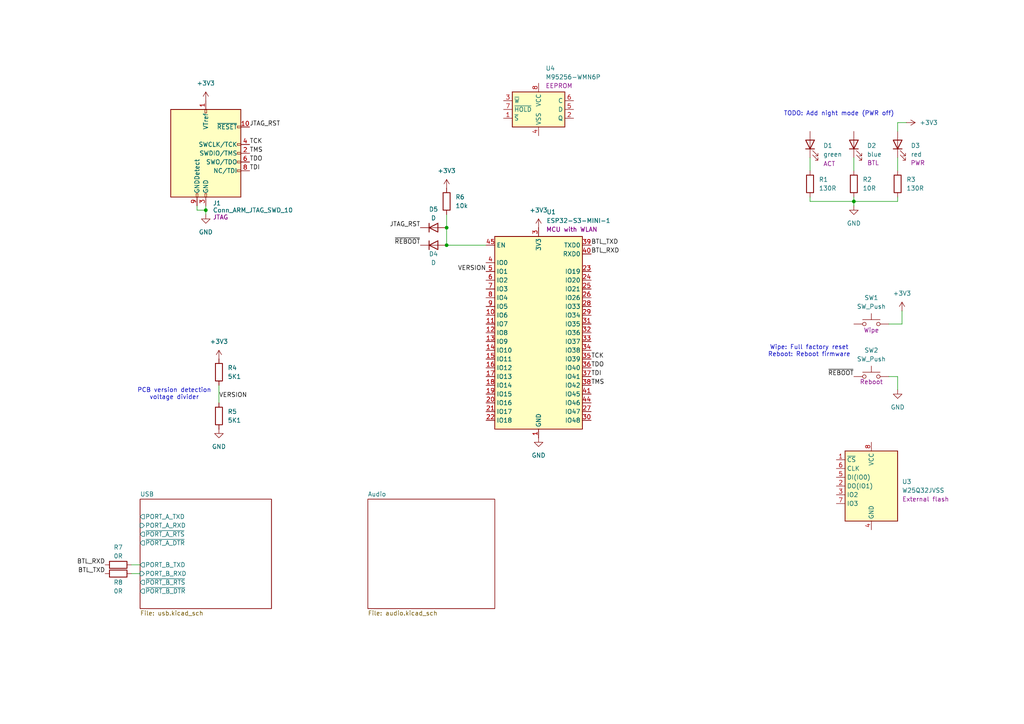
<source format=kicad_sch>
(kicad_sch (version 20231120) (generator "eeschema") (generator_version "8.0")
  (paper "A4")
  (title_block (title "soundbox"))
  (lib_symbols
    (symbol "Connector:Conn_ARM_JTAG_SWD_10" (pin_names (offset 1.016))
      (property "Reference" "J" (at -2.54 16.51 0))
      (property "Value" "Conn_ARM_JTAG_SWD_10" (at -2.54 13.97 0))
      (symbol "Conn_ARM_JTAG_SWD_10_0_1"
        (rectangle (start -10.16 12.7) (end 10.16 -12.7) (stroke (width 0.254)) (fill (type background)))
        (rectangle (start -2.794 -12.7) (end -2.286 -11.684))
        (rectangle (start -0.254 -12.7) (end 0.254 -11.684))
        (rectangle (start -0.254 12.7) (end 0.254 11.684))
        (rectangle (start 9.144 2.286) (end 10.16 2.794))
        (rectangle (start 10.16 -2.794) (end 9.144 -2.286))
        (rectangle (start 10.16 -0.254) (end 9.144 0.254))
        (rectangle (start 10.16 7.874) (end 9.144 7.366))
      )
      (symbol "Conn_ARM_JTAG_SWD_10_1_1"
        (rectangle (start 9.144 -5.334) (end 10.16 -4.826))
        (pin power_in line (at 0 15.24 270) (length 2.54) (name "VTref") (number "1"))
        (pin open_collector line (at 12.7 7.62 180) (length 2.54) (name "~{RESET}") (number "10"))
        (pin bidirectional line (at 12.7 0 180) (length 2.54) (name "SWDIO/TMS") (number "2"))
        (pin power_in line (at 0 -15.24 90) (length 2.54) (name "GND") (number "3"))
        (pin output line (at 12.7 2.54 180) (length 2.54) (name "SWCLK/TCK") (number "4"))
        (pin passive line (at 0 -15.24 90) (length 2.54) hide (name "GND") (number "5"))
        (pin input line (at 12.7 -2.54 180) (length 2.54) (name "SWO/TDO") (number "6"))
        (pin no_connect line (at -10.16 0 0) (length 2.54) hide (name "KEY") (number "7"))
        (pin output line (at 12.7 -5.08 180) (length 2.54) (name "NC/TDI") (number "8"))
        (pin passive line (at -2.54 -15.24 90) (length 2.54) (name "GNDDetect") (number "9"))
      )
    )
    (symbol "Device:D" (pin_numbers hide) (pin_names (offset 1.016) hide)
      (property "Reference" "D" (at 0 2.54 0))
      (property "Value" "D" (at 0 -2.54 0))
      (symbol "D_0_1"
        (polyline (pts (xy -1.27 1.27) (xy -1.27 -1.27)) (stroke (width 0.254)))
        (polyline (pts (xy 1.27 0) (xy -1.27 0)))
        (polyline (pts (xy 1.27 1.27) (xy 1.27 -1.27) (xy -1.27 0) (xy 1.27 1.27)) (stroke (width 0.254)))
      )
      (symbol "D_1_1"
        (pin passive line (at -3.81 0 0) (length 2.54) (name "K") (number "1"))
        (pin passive line (at 3.81 0 180) (length 2.54) (name "A") (number "2"))
      )
    )
    (symbol "Device:LED" (pin_numbers hide) (pin_names (offset 1.016) hide)
      (property "Reference" "D" (at 0 2.54 0))
      (property "Value" "LED" (at 0 -2.54 0))
      (symbol "LED_0_1"
        (polyline (pts (xy -1.27 -1.27) (xy -1.27 1.27)) (stroke (width 0.254)))
        (polyline (pts (xy -1.27 0) (xy 1.27 0)))
        (polyline (pts (xy 1.27 -1.27) (xy 1.27 1.27) (xy -1.27 0) (xy 1.27 -1.27)) (stroke (width 0.254)))
        (polyline (pts (xy -3.048 -0.762) (xy -4.572 -2.286) (xy -3.81 -2.286) (xy -4.572 -2.286) (xy -4.572 -1.524)))
        (polyline (pts (xy -1.778 -0.762) (xy -3.302 -2.286) (xy -2.54 -2.286) (xy -3.302 -2.286) (xy -3.302 -1.524)))
      )
      (symbol "LED_1_1"
        (pin passive line (at -3.81 0 0) (length 2.54) (name "K") (number "1"))
        (pin passive line (at 3.81 0 180) (length 2.54) (name "A") (number "2"))
      )
    )
    (symbol "Device:R" (pin_numbers hide) (pin_names (offset 0))
      (property "Reference" "R" (at 2.032 0 90))
      (property "Value" "R" (at 0 0 90))
      (symbol "R_0_1"
        (rectangle (start -1.016 -2.54) (end 1.016 2.54) (stroke (width 0.254)))
      )
      (symbol "R_1_1"
        (pin passive line (at 0 3.81 270) (length 1.27) (name "~") (number "1"))
        (pin passive line (at 0 -3.81 90) (length 1.27) (name "~") (number "2"))
      )
    )
    (symbol "Memory_EEPROM:M95256-WMN6P"
      (property "Reference" "U" (at -7.62 6.35 0))
      (property "Value" "M95256-WMN6P" (at 2.54 -6.35 0))
      (symbol "M95256-WMN6P_1_1"
        (rectangle (start -7.62 5.08) (end 7.62 -5.08) (stroke (width 0.254)) (fill (type background)))
        (pin input line (at -10.16 -2.54 0) (length 2.54) (name "~{S}") (number "1"))
        (pin output line (at 10.16 -2.54 180) (length 2.54) (name "Q") (number "2"))
        (pin input line (at -10.16 2.54 0) (length 2.54) (name "~{W}") (number "3"))
        (pin power_in line (at 0 -7.62 90) (length 2.54) (name "VSS") (number "4"))
        (pin input line (at 10.16 0 180) (length 2.54) (name "D") (number "5"))
        (pin input line (at 10.16 2.54 180) (length 2.54) (name "C") (number "6"))
        (pin input line (at -10.16 0 0) (length 2.54) (name "~{HOLD}") (number "7"))
        (pin power_in line (at 0 7.62 270) (length 2.54) (name "VCC") (number "8"))
      )
    )
    (symbol "Memory_Flash:W25Q32JVSS"
      (property "Reference" "U" (at -6.35 11.43 0))
      (property "Value" "W25Q32JVSS" (at 7.62 11.43 0))
      (symbol "W25Q32JVSS_0_1"
        (rectangle (start -7.62 10.16) (end 7.62 -10.16) (stroke (width 0.254)) (fill (type background)))
      )
      (symbol "W25Q32JVSS_1_1"
        (pin input line (at -10.16 7.62 0) (length 2.54) (name "~{CS}") (number "1"))
        (pin bidirectional line (at -10.16 0 0) (length 2.54) (name "DO(IO1)") (number "2"))
        (pin bidirectional line (at -10.16 -2.54 0) (length 2.54) (name "IO2") (number "3"))
        (pin power_in line (at 0 -12.7 90) (length 2.54) (name "GND") (number "4"))
        (pin bidirectional line (at -10.16 2.54 0) (length 2.54) (name "DI(IO0)") (number "5"))
        (pin input line (at -10.16 5.08 0) (length 2.54) (name "CLK") (number "6"))
        (pin bidirectional line (at -10.16 -5.08 0) (length 2.54) (name "IO3") (number "7"))
        (pin power_in line (at 0 12.7 270) (length 2.54) (name "VCC") (number "8"))
      )
    )
    (symbol "RF_Module:ESP32-S3-MINI-1"
      (property "Reference" "U" (at -11.43 29.21 0))
      (property "Value" "ESP32-S3-MINI-1" (at 12.7 29.21 0))
      (symbol "ESP32-S3-MINI-1_0_1"
        (rectangle (start -12.7 27.94) (end 12.7 -27.94) (stroke (width 0.254)) (fill (type background)))
      )
      (symbol "ESP32-S3-MINI-1_1_1"
        (pin power_in line (at 0 -30.48 90) (length 2.54) (name "GND") (number "1"))
        (pin bidirectional line (at -15.24 5.08 0) (length 2.54) (name "IO6") (number "10"))
        (pin bidirectional line (at -15.24 2.54 0) (length 2.54) (name "IO7") (number "11"))
        (pin bidirectional line (at -15.24 0 0) (length 2.54) (name "IO8") (number "12"))
        (pin bidirectional line (at -15.24 -2.54 0) (length 2.54) (name "IO9") (number "13"))
        (pin bidirectional line (at -15.24 -5.08 0) (length 2.54) (name "IO10") (number "14"))
        (pin bidirectional line (at -15.24 -7.62 0) (length 2.54) (name "IO11") (number "15"))
        (pin bidirectional line (at -15.24 -10.16 0) (length 2.54) (name "IO12") (number "16"))
        (pin bidirectional line (at -15.24 -12.7 0) (length 2.54) (name "IO13") (number "17"))
        (pin bidirectional line (at -15.24 -15.24 0) (length 2.54) (name "IO14") (number "18"))
        (pin bidirectional line (at -15.24 -17.78 0) (length 2.54) (name "IO15") (number "19"))
        (pin passive line (at 0 -30.48 90) (length 2.54) hide (name "GND") (number "2"))
        (pin bidirectional line (at -15.24 -20.32 0) (length 2.54) (name "IO16") (number "20"))
        (pin bidirectional line (at -15.24 -22.86 0) (length 2.54) (name "IO17") (number "21"))
        (pin bidirectional line (at -15.24 -25.4 0) (length 2.54) (name "IO18") (number "22"))
        (pin bidirectional line (at 15.24 17.78 180) (length 2.54) (name "IO19") (number "23"))
        (pin bidirectional line (at 15.24 15.24 180) (length 2.54) (name "IO20") (number "24"))
        (pin bidirectional line (at 15.24 12.7 180) (length 2.54) (name "IO21") (number "25"))
        (pin bidirectional line (at 15.24 10.16 180) (length 2.54) (name "IO26") (number "26"))
        (pin bidirectional line (at 15.24 -22.86 180) (length 2.54) (name "IO47") (number "27"))
        (pin bidirectional line (at 15.24 7.62 180) (length 2.54) (name "IO33") (number "28"))
        (pin bidirectional line (at 15.24 5.08 180) (length 2.54) (name "IO34") (number "29"))
        (pin power_in line (at 0 30.48 270) (length 2.54) (name "3V3") (number "3"))
        (pin bidirectional line (at 15.24 -25.4 180) (length 2.54) (name "IO48") (number "30"))
        (pin bidirectional line (at 15.24 2.54 180) (length 2.54) (name "IO35") (number "31"))
        (pin bidirectional line (at 15.24 0 180) (length 2.54) (name "IO36") (number "32"))
        (pin bidirectional line (at 15.24 -2.54 180) (length 2.54) (name "IO37") (number "33"))
        (pin bidirectional line (at 15.24 -5.08 180) (length 2.54) (name "IO38") (number "34"))
        (pin bidirectional line (at 15.24 -7.62 180) (length 2.54) (name "IO39") (number "35"))
        (pin bidirectional line (at 15.24 -10.16 180) (length 2.54) (name "IO40") (number "36"))
        (pin bidirectional line (at 15.24 -12.7 180) (length 2.54) (name "IO41") (number "37"))
        (pin bidirectional line (at 15.24 -15.24 180) (length 2.54) (name "IO42") (number "38"))
        (pin bidirectional line (at 15.24 25.4 180) (length 2.54) (name "TXD0") (number "39"))
        (pin bidirectional line (at -15.24 20.32 0) (length 2.54) (name "IO0") (number "4"))
        (pin bidirectional line (at 15.24 22.86 180) (length 2.54) (name "RXD0") (number "40"))
        (pin bidirectional line (at 15.24 -17.78 180) (length 2.54) (name "IO45") (number "41"))
        (pin passive line (at 0 -30.48 90) (length 2.54) hide (name "GND") (number "42"))
        (pin passive line (at 0 -30.48 90) (length 2.54) hide (name "GND") (number "43"))
        (pin bidirectional line (at 15.24 -20.32 180) (length 2.54) (name "IO46") (number "44"))
        (pin input line (at -15.24 25.4 0) (length 2.54) (name "EN") (number "45"))
        (pin passive line (at 0 -30.48 90) (length 2.54) hide (name "GND") (number "46"))
        (pin passive line (at 0 -30.48 90) (length 2.54) hide (name "GND") (number "47"))
        (pin passive line (at 0 -30.48 90) (length 2.54) hide (name "GND") (number "48"))
        (pin passive line (at 0 -30.48 90) (length 2.54) hide (name "GND") (number "49"))
        (pin bidirectional line (at -15.24 17.78 0) (length 2.54) (name "IO1") (number "5"))
        (pin passive line (at 0 -30.48 90) (length 2.54) hide (name "GND") (number "50"))
        (pin passive line (at 0 -30.48 90) (length 2.54) hide (name "GND") (number "51"))
        (pin passive line (at 0 -30.48 90) (length 2.54) hide (name "GND") (number "52"))
        (pin passive line (at 0 -30.48 90) (length 2.54) hide (name "GND") (number "53"))
        (pin passive line (at 0 -30.48 90) (length 2.54) hide (name "GND") (number "54"))
        (pin passive line (at 0 -30.48 90) (length 2.54) hide (name "GND") (number "55"))
        (pin passive line (at 0 -30.48 90) (length 2.54) hide (name "GND") (number "56"))
        (pin passive line (at 0 -30.48 90) (length 2.54) hide (name "GND") (number "57"))
        (pin passive line (at 0 -30.48 90) (length 2.54) hide (name "GND") (number "58"))
        (pin passive line (at 0 -30.48 90) (length 2.54) hide (name "GND") (number "59"))
        (pin bidirectional line (at -15.24 15.24 0) (length 2.54) (name "IO2") (number "6"))
        (pin passive line (at 0 -30.48 90) (length 2.54) hide (name "GND") (number "60"))
        (pin passive line (at 0 -30.48 90) (length 2.54) hide (name "GND") (number "61"))
        (pin passive line (at 0 -30.48 90) (length 2.54) hide (name "GND") (number "62"))
        (pin passive line (at 0 -30.48 90) (length 2.54) hide (name "GND") (number "63"))
        (pin passive line (at 0 -30.48 90) (length 2.54) hide (name "GND") (number "64"))
        (pin passive line (at 0 -30.48 90) (length 2.54) hide (name "GND") (number "65"))
        (pin bidirectional line (at -15.24 12.7 0) (length 2.54) (name "IO3") (number "7"))
        (pin bidirectional line (at -15.24 10.16 0) (length 2.54) (name "IO4") (number "8"))
        (pin bidirectional line (at -15.24 7.62 0) (length 2.54) (name "IO5") (number "9"))
      )
    )
    (symbol "Switch:SW_Push" (pin_numbers hide) (pin_names (offset 1.016) hide)
      (property "Reference" "SW" (at 1.27 2.54 0))
      (property "Value" "SW_Push" (at 0 -1.524 0))
      (symbol "SW_Push_0_1"
        (circle (center -2.032 0) (radius 0.508))
        (polyline (pts (xy 0 1.27) (xy 0 3.048)))
        (polyline (pts (xy 2.54 1.27) (xy -2.54 1.27)))
        (circle (center 2.032 0) (radius 0.508))
        (pin passive line (at -5.08 0 0) (length 2.54) (name "1") (number "1"))
        (pin passive line (at 5.08 0 180) (length 2.54) (name "2") (number "2"))
      )
    )
    (symbol "power:+3V3" (power) (pin_numbers hide) (pin_names (offset 0) hide)
      (property "Value" "+3V3" (at 0 3.556 0))
      (symbol "+3V3_0_1"
        (polyline (pts (xy -0.762 1.27) (xy 0 2.54)))
        (polyline (pts (xy 0 0) (xy 0 2.54)))
        (polyline (pts (xy 0 2.54) (xy 0.762 1.27)))
      )
      (symbol "+3V3_1_1"
        (pin power_in line (at 0 0 90) (length 0) (name "~") (number "1"))
      )
    )
    (symbol "power:GND" (power) (pin_numbers hide) (pin_names (offset 0) hide)
      (property "Value" "GND" (at 0 -3.81 0))
      (symbol "GND_0_1"
        (polyline (pts (xy 0 0) (xy 0 -1.27) (xy 1.27 -1.27) (xy 0 -2.54) (xy -1.27 -1.27) (xy 0 -1.27)))
      )
      (symbol "GND_1_1"
        (pin power_in line (at 0 0 270) (length 0) (name "~") (number "1"))
      )
    )
  )
  (junction (at 129.54 71.12))
  (junction (at 59.69 60.96))
  (junction (at 129.54 66.04))
  (junction (at 247.65 58.42))
  (wire (pts (xy 260.35 57.15) (xy 260.35 58.42)))
  (wire (pts (xy 234.95 58.42) (xy 247.65 58.42)))
  (wire (pts (xy 234.95 45.72) (xy 234.95 49.53)))
  (wire (pts (xy 38.1 166.37) (xy 40.64 166.37)))
  (wire (pts (xy 57.15 59.69) (xy 57.15 60.96)))
  (wire (pts (xy 260.35 109.22) (xy 260.35 113.03)))
  (wire (pts (xy 257.81 93.98) (xy 261.62 93.98)))
  (wire (pts (xy 257.81 109.22) (xy 260.35 109.22)))
  (wire (pts (xy 261.62 90.17) (xy 261.62 93.98)))
  (wire (pts (xy 59.69 62.23) (xy 59.69 60.96)))
  (wire (pts (xy 59.69 60.96) (xy 57.15 60.96)))
  (wire (pts (xy 129.54 66.04) (xy 129.54 71.12)))
  (wire (pts (xy 260.35 35.56) (xy 262.89 35.56)))
  (wire (pts (xy 63.5 111.76) (xy 63.5 116.84)))
  (wire (pts (xy 247.65 58.42) (xy 247.65 59.69)))
  (wire (pts (xy 129.54 71.12) (xy 140.97 71.12)))
  (wire (pts (xy 260.35 38.1) (xy 260.35 35.56)))
  (wire (pts (xy 129.54 62.23) (xy 129.54 66.04)))
  (wire (pts (xy 247.65 45.72) (xy 247.65 49.53)))
  (wire (pts (xy 260.35 45.72) (xy 260.35 49.53)))
  (wire (pts (xy 247.65 57.15) (xy 247.65 58.42)))
  (wire (pts (xy 59.69 59.69) (xy 59.69 60.96)))
  (wire (pts (xy 38.1 163.83) (xy 40.64 163.83)))
  (wire (pts (xy 247.65 58.42) (xy 260.35 58.42)))
  (wire (pts (xy 234.95 57.15) (xy 234.95 58.42)))
  (text "Wipe: Full factory reset\nReboot: Reboot firmware" (at 234.696 101.854 0) (effects (font (size 1.27 1.27))))
  (text "TODO: Add night mode (PWR off)" (at 243.332 33.02 0) (effects (font (size 1.27 1.27))))
  (text "PCB version detection\nvoltage divider" (at 50.546 114.3 0) (effects (font (size 1.27 1.27))))
  (label "VERSION" (at 63.5 115.57 0))
  (label "TCK" (at 72.39 41.91 0))
  (label "~{REBOOT}" (at 121.92 71.12 180))
  (label "~{REBOOT}" (at 247.65 109.22 180))
  (label "TDI" (at 171.45 109.22 0))
  (label "BTL_RXD" (at 171.45 73.66 0))
  (label "TDO" (at 171.45 106.68 0))
  (label "JTAG_RST" (at 121.92 66.04 180))
  (label "BTL_RXD" (at 30.48 163.83 180))
  (label "JTAG_RST" (at 72.39 36.83 0))
  (label "TCK" (at 171.45 104.14 0))
  (label "TDO" (at 72.39 46.99 0))
  (label "BTL_TXD" (at 171.45 71.12 0))
  (label "BTL_TXD" (at 30.48 166.37 180))
  (label "TMS" (at 72.39 44.45 0))
  (label "TMS" (at 171.45 111.76 0))
  (label "VERSION" (at 140.97 78.74 180))
  (label "TDI" (at 72.39 49.53 0))
  (symbol (lib_id "power:GND") (at 156.21 127 0) (unit 1)
    (property "Reference" "#PWR015" (effects (hide yes)))
    (property "Value" "GND" (at 156.21 132.08 0))
    (property "Description" "Power symbol creates a global label with name \"GND\" , ground" (effects (hide yes)))
  )
  (symbol (lib_id "power:GND") (at 247.65 59.69 0) (unit 1)
    (property "Reference" "#PWR012" (effects (hide yes)))
    (property "Value" "GND" (at 247.65 64.77 0))
    (property "Description" "Power symbol creates a global label with name \"GND\" , ground" (effects (hide yes)))
  )
  (symbol (lib_id "power:GND") (at 63.5 124.46 0) (unit 1)
    (property "Reference" "#PWR01" (effects (hide yes)))
    (property "Value" "GND" (at 63.5 129.54 0))
    (property "Description" "Power symbol creates a global label with name \"GND\" , ground" (effects (hide yes)))
  )
  (symbol (lib_id "RF_Module:ESP32-S3-MINI-1") (at 156.21 96.52 0) (unit 1)
    (property "Reference" "U1" (at 158.496 61.468 0) (effects (justify left)))
    (property "Value" "ESP32-S3-MINI-1" (at 158.496 64.008 0) (effects (justify left)))
    (property "Footprint" "RF_Module:ESP32-S2-MINI-1" (effects (hide yes)))
    (property "Datasheet" "https://www.espressif.com/sites/default/files/documentation/esp32-s3-mini-1_mini-1u_datasheet_en.pdf" (effects (hide yes)))
    (property "Description" "MCU with WLAN" (at 165.862 66.548 0))
    (property "MPN" "ESP32-S3-MINI-1-N8" (effects (hide yes)))
    (property "Manufacturer" "Espressif Systems" (effects (hide yes)))
  )
  (symbol (lib_id "Memory_Flash:W25Q32JVSS") (at 252.73 140.97 0) (unit 1)
    (property "Reference" "U3" (at 261.62 139.6999 0) (effects (justify left)))
    (property "Value" "W25Q32JVSS" (at 261.62 142.2399 0) (effects (justify left)))
    (property "Footprint" "Package_SO:SOIC-8_5.23x5.23mm_P1.27mm" (effects (hide yes)))
    (property "Datasheet" "http://www.winbond.com/resource-files/w25q32jv%20revg%2003272018%20plus.pdf" (effects (hide yes)))
    (property "Description" "External flash" (at 268.478 144.78 0))
    (property "MPN" "W25Q32JVSSIQ" (effects (hide yes)))
    (property "Manufacturer" "Winbond Electronics" (effects (hide yes)))
  )
  (symbol (lib_id "Connector:Conn_ARM_JTAG_SWD_10") (at 59.69 44.45 0) (unit 1)
    (property "Reference" "J1" (at 61.722 58.928 0) (effects (justify left)))
    (property "Value" "Conn_ARM_JTAG_SWD_10" (at 61.722 60.96 0) (effects (justify left)))
    (property "Datasheet" "https://mm.digikey.com/Volume0/opasdata/d220001/medias/docus/6209/ftsh-1xx-xx-xxx-dv-xxx-xxx-x-xx-mkt.pdf" (effects (hide yes)))
    (property "Description" "JTAG" (at 61.722 62.992 0) (effects (justify left)))
    (property "MPN" "FTSH-105-01-L-DV-007-K-TR" (effects (hide yes)))
    (property "Manufacturer" "samtec" (effects (hide yes)))
  )
  (symbol (lib_id "Switch:SW_Push") (at 252.73 109.22 0) (unit 1)
    (property "Reference" "SW2" (at 252.73 101.6 0))
    (property "Value" "SW_Push" (at 252.73 104.14 0))
    (property "Footprint" "Button_Switch_SMD:SW_SPST_TL3305B" (effects (hide yes)))
    (property "Datasheet" "https://www.e-switch.com/wp-content/uploads/2024/08/TL3305.pdf" (effects (hide yes)))
    (property "Description" "Reboot" (at 252.73 110.744 0))
    (property "MPN" "TL3305BF260QG" (effects (hide yes)))
    (property "Manufacturer" "E-Switch" (effects (hide yes)))
  )
  (symbol (lib_id "power:+3V3") (at 59.69 29.21 0) (unit 1)
    (property "Reference" "#PWR016" (effects (hide yes)))
    (property "Value" "+3V3" (at 59.69 24.13 0))
    (property "Description" "Power symbol creates a global label with name \"+3V3\"" (effects (hide yes)))
  )
  (symbol (lib_id "power:+3V3") (at 156.21 66.04 0) (unit 1)
    (property "Reference" "#PWR014" (effects (hide yes)))
    (property "Value" "+3V3" (at 156.21 60.96 0))
    (property "Description" "Power symbol creates a global label with name \"+3V3\"" (effects (hide yes)))
  )
  (symbol (lib_id "Device:R") (at 129.54 58.42 0) (unit 1)
    (property "Reference" "R6" (at 132.08 57.1499 0) (effects (justify left)))
    (property "Value" "10k" (at 132.08 59.6899 0) (effects (justify left)))
    (property "Description" "Resistor" (effects (hide yes)))
  )
  (symbol (lib_id "power:+3V3") (at 63.5 104.14 0) (unit 1)
    (property "Reference" "#PWR02" (effects (hide yes)))
    (property "Value" "+3V3" (at 63.5 99.06 0))
    (property "Description" "Power symbol creates a global label with name \"+3V3\"" (effects (hide yes)))
  )
  (symbol (lib_id "Device:R") (at 260.35 53.34 0) (unit 1)
    (property "Reference" "R3" (at 262.89 52.0699 0) (effects (justify left)))
    (property "Value" "130R" (at 262.89 54.6099 0) (effects (justify left)))
    (property "Footprint" "Resistor_SMD:R_0603_1608Metric" (effects (hide yes)))
    (property "Datasheet" "https://industrial.panasonic.com/cdbs/www-data/pdf/RDA0000/AOA0000C304.pdf" (effects (hide yes)))
    (property "Description" "Resistor" (effects (hide yes)))
    (property "MPN" "ERJ-3EKF1300V" (effects (hide yes)))
    (property "Manufacturer" "Panasonic Electronic Components" (effects (hide yes)))
  )
  (symbol (lib_id "Device:R") (at 34.29 166.37 270) (unit 1)
    (property "Reference" "R8" (at 34.29 168.91 90))
    (property "Value" "0R" (at 34.29 171.45 90))
    (property "Description" "Resistor" (effects (hide yes)))
  )
  (symbol (lib_id "Switch:SW_Push") (at 252.73 93.98 0) (unit 1)
    (property "Reference" "SW1" (at 252.73 86.36 0))
    (property "Value" "SW_Push" (at 252.73 88.9 0))
    (property "Footprint" "Button_Switch_SMD:SW_SPST_TL3305B" (effects (hide yes)))
    (property "Datasheet" "https://www.e-switch.com/wp-content/uploads/2024/08/TL3305.pdf" (effects (hide yes)))
    (property "Description" "Wipe" (at 252.73 95.758 0))
    (property "MPN" "TL3305BF260QG" (effects (hide yes)))
    (property "Manufacturer" "E-Switch" (effects (hide yes)))
  )
  (symbol (lib_id "power:+3V3") (at 129.54 54.61 0) (unit 1)
    (property "Reference" "#PWR018" (effects (hide yes)))
    (property "Value" "+3V3" (at 129.54 49.53 0))
    (property "Description" "Power symbol creates a global label with name \"+3V3\"" (effects (hide yes)))
  )
  (symbol (lib_id "Device:D") (at 125.73 71.12 0) (unit 1)
    (property "Reference" "D4" (at 125.73 73.66 0))
    (property "Value" "D" (at 125.73 76.2 0))
    (property "Description" "Diode" (effects (hide yes)))
    (property "Sim.Device" "D" (effects (hide yes)))
    (property "Sim.Pins" "1=K 2=A" (effects (hide yes)))
  )
  (symbol (lib_id "Device:R") (at 247.65 53.34 0) (unit 1)
    (property "Reference" "R2" (at 250.19 52.0699 0) (effects (justify left)))
    (property "Value" "10R" (at 250.19 54.6099 0) (effects (justify left)))
    (property "Footprint" "Resistor_SMD:R_0603_1608Metric" (effects (hide yes)))
    (property "Datasheet" "https://industrial.panasonic.com/cdbs/www-data/pdf/RDO0000/AOA0000C331.pdf" (effects (hide yes)))
    (property "Description" "Resistor" (effects (hide yes)))
    (property "MPN" "ERJ-PA3F10R0V" (effects (hide yes)))
    (property "Manufacturer" "Panasonic Electronic Components" (effects (hide yes)))
  )
  (symbol (lib_id "power:+3V3") (at 261.62 90.17 0) (unit 1)
    (property "Reference" "#PWR011" (effects (hide yes)))
    (property "Value" "+3V3" (at 261.62 85.09 0))
    (property "Description" "Power symbol creates a global label with name \"+3V3\"" (effects (hide yes)))
  )
  (symbol (lib_id "power:GND") (at 59.69 62.23 0) (unit 1)
    (property "Reference" "#PWR017" (effects (hide yes)))
    (property "Value" "GND" (at 59.69 67.31 0))
    (property "Description" "Power symbol creates a global label with name \"GND\" , ground" (effects (hide yes)))
  )
  (symbol (lib_id "Device:R") (at 34.29 163.83 270) (unit 1)
    (property "Reference" "R7" (at 34.29 158.75 90))
    (property "Value" "0R" (at 34.29 161.29 90))
    (property "Description" "Resistor" (effects (hide yes)))
  )
  (symbol (lib_id "Device:D") (at 125.73 66.04 0) (unit 1)
    (property "Reference" "D5" (at 125.73 60.706 0))
    (property "Value" "D" (at 125.73 63.246 0))
    (property "Description" "Diode" (effects (hide yes)))
    (property "Sim.Device" "D" (effects (hide yes)))
    (property "Sim.Pins" "1=K 2=A" (effects (hide yes)))
  )
  (symbol (lib_id "Device:R") (at 63.5 120.65 0) (unit 1)
    (property "Reference" "R5" (at 66.04 119.3799 0) (effects (justify left)))
    (property "Value" "5K1" (at 66.04 121.9199 0) (effects (justify left)))
    (property "Footprint" "Resistor_SMD:R_0603_1608Metric" (effects (hide yes)))
    (property "Datasheet" "https://industrial.panasonic.com/cdbs/www-data/pdf/RDA0000/AOA0000C304.pdf" (effects (hide yes)))
    (property "Description" "Resistor" (effects (hide yes)))
    (property "MPN" "ERJ-3EKF5101V" (effects (hide yes)))
    (property "Manufacturer" "Panasonic Electronic Components" (effects (hide yes)))
  )
  (symbol (lib_id "Device:LED") (at 234.95 41.91 90) (unit 1)
    (property "Reference" "D1" (at 238.76 42.2274 90) (effects (justify right)))
    (property "Value" "green" (at 238.76 44.7674 90) (effects (justify right)))
    (property "Footprint" "LED_SMD:LED_1206_3216Metric" (effects (hide yes)))
    (property "Datasheet" "https://s3-us-west-2.amazonaws.com/catsy.557/Dialight_CBI_data_598-1206_Apr2018.pdf" (effects (hide yes)))
    (property "Description" "ACT" (at 240.538 47.498 90))
    (property "MPN" "598-8270-107F" (effects (hide yes)))
    (property "Manufacturer" "Dialight" (effects (hide yes)))
  )
  (symbol (lib_id "Device:R") (at 63.5 107.95 0) (unit 1)
    (property "Reference" "R4" (at 66.04 106.6799 0) (effects (justify left)))
    (property "Value" "5K1" (at 66.04 109.2199 0) (effects (justify left)))
    (property "Footprint" "Resistor_SMD:R_0603_1608Metric" (effects (hide yes)))
    (property "Datasheet" "https://industrial.panasonic.com/cdbs/www-data/pdf/RDA0000/AOA0000C304.pdf" (effects (hide yes)))
    (property "Description" "Resistor" (effects (hide yes)))
    (property "MPN" "ERJ-3EKF5101V" (effects (hide yes)))
    (property "Manufacturer" "Panasonic Electronic Components" (effects (hide yes)))
  )
  (symbol (lib_id "Device:R") (at 234.95 53.34 0) (unit 1)
    (property "Reference" "R1" (at 237.49 52.0699 0) (effects (justify left)))
    (property "Value" "130R" (at 237.49 54.6099 0) (effects (justify left)))
    (property "Footprint" "Resistor_SMD:R_0603_1608Metric" (effects (hide yes)))
    (property "Datasheet" "https://industrial.panasonic.com/cdbs/www-data/pdf/RDA0000/AOA0000C304.pdf" (effects (hide yes)))
    (property "Description" "Resistor" (effects (hide yes)))
    (property "MPN" "ERJ-3EKF1300V" (effects (hide yes)))
    (property "Manufacturer" "Panasonic Electronic Components" (effects (hide yes)))
  )
  (symbol (lib_id "Memory_EEPROM:M95256-WMN6P") (at 156.21 31.75 0) (unit 1)
    (property "Reference" "U4" (at 158.242 19.812 0) (effects (justify left)))
    (property "Value" "M95256-WMN6P" (at 158.242 22.352 0) (effects (justify left)))
    (property "Footprint" "Package_SO:SOIC-8_3.9x4.9mm_P1.27mm" (effects (hide yes)))
    (property "Datasheet" "http://www.st.com/content/ccc/resource/technical/document/datasheet/9d/75/f0/3e/76/00/4c/0b/CD00103810.pdf/files/CD00103810.pdf/jcr:content/translations/en.CD00103810.pdf" (effects (hide yes)))
    (property "Description" "EEPROM" (at 162.1439 24.892 0))
    (property "MPN" "M95256-WMN6P" (effects (hide yes)))
    (property "Manufacturer" "STMicroelectronics" (effects (hide yes)))
  )
  (symbol (lib_id "Device:LED") (at 260.35 41.91 90) (unit 1)
    (property "Reference" "D3" (at 264.16 42.2274 90) (effects (justify right)))
    (property "Value" "red" (at 264.16 44.7674 90) (effects (justify right)))
    (property "Footprint" "LED_SMD:LED_1206_3216Metric" (effects (hide yes)))
    (property "Datasheet" "https://s3-us-west-2.amazonaws.com/catsy.557/Dialight_CBI_data_598-1206_Apr2018.pdf" (effects (hide yes)))
    (property "Description" "PWR" (at 266.192 47.244 90))
    (property "MPN" "598-8210-107F" (effects (hide yes)))
    (property "Manufacturer" "Dialight" (effects (hide yes)))
  )
  (symbol (lib_id "power:GND") (at 260.35 113.03 0) (unit 1)
    (property "Reference" "#PWR019" (effects (hide yes)))
    (property "Value" "GND" (at 260.35 118.11 0))
    (property "Description" "Power symbol creates a global label with name \"GND\" , ground" (effects (hide yes)))
  )
  (symbol (lib_id "power:+3V3") (at 262.89 35.56 270) (unit 1)
    (property "Reference" "#PWR013" (effects (hide yes)))
    (property "Value" "+3V3" (at 266.7 35.5599 90) (effects (justify left)))
    (property "Description" "Power symbol creates a global label with name \"+3V3\"" (effects (hide yes)))
  )
  (symbol (lib_id "Device:LED") (at 247.65 41.91 90) (unit 1)
    (property "Reference" "D2" (at 251.46 42.2274 90) (effects (justify right)))
    (property "Value" "blue" (at 251.46 44.7674 90) (effects (justify right)))
    (property "Footprint" "LED_SMD:LED_1206_3216Metric" (effects (hide yes)))
    (property "Datasheet" "https://s3-us-west-2.amazonaws.com/catsy.557/Dialight_CBI_data_598-1206_Apr2018.pdf" (effects (hide yes)))
    (property "Description" "BTL" (at 253.238 47.244 90))
    (property "MPN" "598-8291-107F" (effects (hide yes)))
    (property "Manufacturer" "Dialight" (effects (hide yes)))
  )
  (sheet (at 40.64 144.78) (size 38.1 31.75) (stroke (width 0.1524))
    (property "Sheetname" "USB" (at 40.64 144.0684 0) (effects (justify left bottom)))
    (property "Sheetfile" "usb.kicad_sch" (at 40.64 177.1146 0) (effects (justify left top)))
    (pin "PORT_A_TXD" output (at 40.64 149.86 180))
    (pin "PORT_A_RXD" input (at 40.64 152.4 180))
    (pin "PORT_B_TXD" output (at 40.64 163.83 180))
    (pin "PORT_B_RXD" input (at 40.64 166.37 180))
    (pin "~{PORT_B_RTS}" output (at 40.64 168.91 180))
    (pin "~{PORT_B_DTR}" output (at 40.64 171.45 180))
    (pin "~{PORT_A_RTS}" output (at 40.64 154.94 180))
    (pin "~{PORT_A_DTR}" output (at 40.64 157.48 180))
  )
  (sheet (at 106.68 144.78) (size 36.83 31.75) (stroke (width 0.1524))
    (property "Sheetname" "Audio" (at 106.68 144.0684 0) (effects (justify left bottom)))
    (property "Sheetfile" "audio.kicad_sch" (at 106.68 177.1146 0) (effects (justify left top)))
  )
)
</source>
